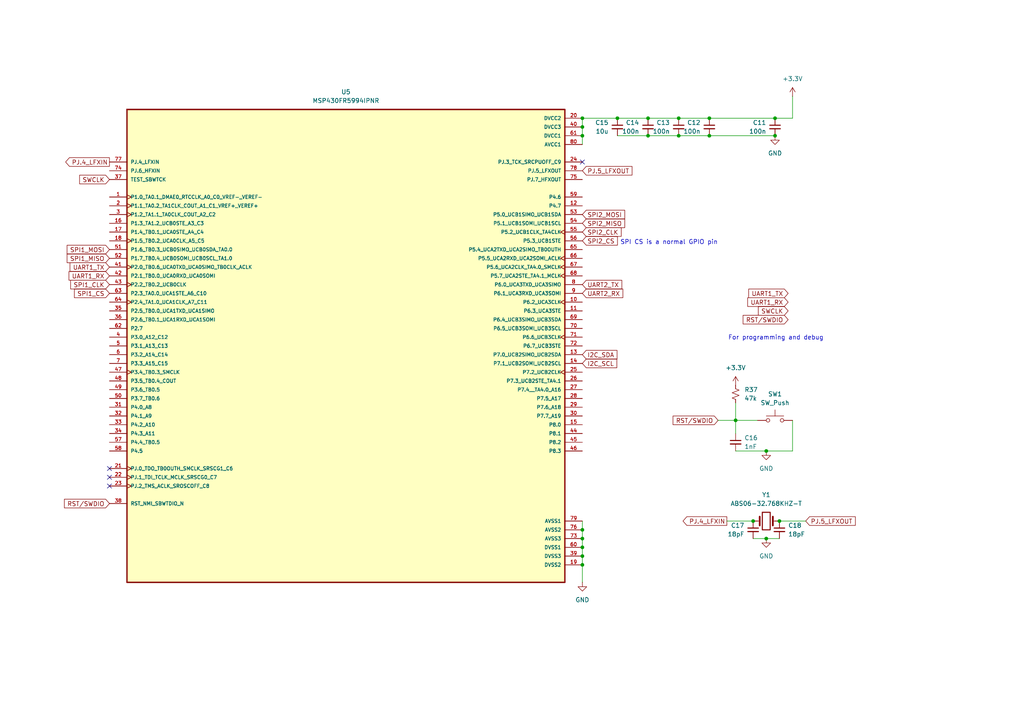
<source format=kicad_sch>
(kicad_sch (version 20250114) (generator "eeschema") (generator_version "9.0")
  (paper "A4")
  (lib_symbols
    (symbol "Device:C_Small" (pin_numbers (hide yes)) (pin_names (offset 0.254) (hide yes))
      (property "Reference" "C" (at 0.254 1.778 0))
      (property "Value" "C_Small" (at 0.254 -2.032 0))
      (symbol "C_Small_0_1"
        (polyline (pts (xy -1.524 0.508) (xy 1.524 0.508)) (stroke (width 0.3048)))
        (polyline (pts (xy -1.524 -0.508) (xy 1.524 -0.508)) (stroke (width 0.3302)))
      )
      (symbol "C_Small_1_1"
        (pin passive line (at 0 2.54 270) (length 2.032) (name "~") (number "1"))
        (pin passive line (at 0 -2.54 90) (length 2.032) (name "~") (number "2"))
      )
    )
    (symbol "Device:Crystal" (pin_numbers (hide yes)) (pin_names (offset 1.016) (hide yes))
      (property "Reference" "Y" (at 0 3.81 0))
      (property "Value" "Crystal" (at 0 -3.81 0))
      (symbol "Crystal_0_1"
        (polyline (pts (xy -2.54 0) (xy -1.905 0)))
        (polyline (pts (xy -1.905 -1.27) (xy -1.905 1.27)) (stroke (width 0.508)))
        (rectangle (start -1.143 2.54) (end 1.143 -2.54) (stroke (width 0.3048)))
        (polyline (pts (xy 1.905 -1.27) (xy 1.905 1.27)) (stroke (width 0.508)))
        (polyline (pts (xy 2.54 0) (xy 1.905 0)))
      )
      (symbol "Crystal_1_1"
        (pin passive line (at -3.81 0 0) (length 1.27) (name "1") (number "1"))
        (pin passive line (at 3.81 0 180) (length 1.27) (name "2") (number "2"))
      )
    )
    (symbol "Device:R_Small_US" (pin_numbers (hide yes)) (pin_names (offset 0.254) (hide yes))
      (property "Reference" "R" (at 0.762 0.508 0))
      (property "Value" "R_Small_US" (at 0.762 -1.016 0))
      (symbol "R_Small_US_1_1"
        (polyline (pts (xy 0 1.524) (xy 1.016 1.143) (xy 0 0.762) (xy -1.016 0.381) (xy 0 0)))
        (polyline (pts (xy 0 0) (xy 1.016 -0.381) (xy 0 -0.762) (xy -1.016 -1.143) (xy 0 -1.524)))
        (pin passive line (at 0 2.54 270) (length 1.016) (name "~") (number "1"))
        (pin passive line (at 0 -2.54 90) (length 1.016) (name "~") (number "2"))
      )
    )
    (symbol "MSP430FR5994IPNR:MSP430FR5994IPNR" (pin_names (offset 1.016))
      (property "Reference" "U" (at -63.5 69.58 0))
      (property "Value" "MSP430FR5994IPNR" (at -63.5 -72.58 0))
      (symbol "MSP430FR5994IPNR_0_0"
        (rectangle (start -63.5 -68.58) (end 63.5 68.58) (stroke (width 0.41)) (fill (type background)))
        (pin input line (at -68.58 53.34 0) (length 5.08) (name "PJ.4_LFXIN") (number "77"))
        (pin input line (at -68.58 50.8 0) (length 5.08) (name "PJ.6_HFXIN") (number "74"))
        (pin input line (at -68.58 48.26 0) (length 5.08) (name "TEST_SBWTCK") (number "37"))
        (pin bidirectional clock (at -68.58 43.18 0) (length 5.08) (name "P1.0_TA0.1_DMAE0_RTCCLK_A0_C0_VREF-_VEREF-") (number "1"))
        (pin bidirectional clock (at -68.58 40.64 0) (length 5.08) (name "P1.1_TA0.2_TA1CLK_COUT_A1_C1_VREF+_VEREF+") (number "2"))
        (pin bidirectional clock (at -68.58 38.1 0) (length 5.08) (name "P1.2_TA1.1_TA0CLK_COUT_A2_C2") (number "3"))
        (pin bidirectional line (at -68.58 35.56 0) (length 5.08) (name "P1.3_TA1.2_UCB0STE_A3_C3") (number "16"))
        (pin bidirectional line (at -68.58 33.02 0) (length 5.08) (name "P1.4_TB0.1_UCA0STE_A4_C4") (number "17"))
        (pin bidirectional clock (at -68.58 30.48 0) (length 5.08) (name "P1.5_TB0.2_UCA0CLK_A5_C5") (number "18"))
        (pin bidirectional line (at -68.58 27.94 0) (length 5.08) (name "P1.6_TB0.3_UCB0SIMO_UCB0SDA_TA0.0") (number "51"))
        (pin bidirectional line (at -68.58 25.4 0) (length 5.08) (name "P1.7_TB0.4_UCB0SOMI_UCB0SCL_TA1.0") (number "52"))
        (pin bidirectional clock (at -68.58 22.86 0) (length 5.08) (name "P2.0_TB0.6_UCA0TXD_UCA0SIMO_TB0CLK_ACLK") (number "41"))
        (pin bidirectional line (at -68.58 20.32 0) (length 5.08) (name "P2.1_TB0.0_UCA0RXD_UCA0SOMI") (number "42"))
        (pin bidirectional clock (at -68.58 17.78 0) (length 5.08) (name "P2.2_TB0.2_UCB0CLK") (number "43"))
        (pin bidirectional line (at -68.58 15.24 0) (length 5.08) (name "P2.3_TA0.0_UCA1STE_A6_C10") (number "63"))
        (pin bidirectional clock (at -68.58 12.7 0) (length 5.08) (name "P2.4_TA1.0_UCA1CLK_A7_C11") (number "64"))
        (pin bidirectional line (at -68.58 10.16 0) (length 5.08) (name "P2.5_TB0.0_UCA1TXD_UCA1SIMO") (number "35"))
        (pin bidirectional line (at -68.58 7.62 0) (length 5.08) (name "P2.6_TB0.1_UCA1RXD_UCA1SOMI") (number "36"))
        (pin bidirectional line (at -68.58 5.08 0) (length 5.08) (name "P2.7") (number "62"))
        (pin bidirectional line (at -68.58 2.54 0) (length 5.08) (name "P3.0_A12_C12") (number "4"))
        (pin bidirectional line (at -68.58 0 0) (length 5.08) (name "P3.1_A13_C13") (number "5"))
        (pin bidirectional line (at -68.58 -2.54 0) (length 5.08) (name "P3.2_A14_C14") (number "6"))
        (pin bidirectional line (at -68.58 -5.08 0) (length 5.08) (name "P3.3_A15_C15") (number "7"))
        (pin bidirectional clock (at -68.58 -7.62 0) (length 5.08) (name "P3.4_TB0.3_SMCLK") (number "47"))
        (pin bidirectional line (at -68.58 -10.16 0) (length 5.08) (name "P3.5_TB0.4_COUT") (number "48"))
        (pin bidirectional line (at -68.58 -12.7 0) (length 5.08) (name "P3.6_TB0.5") (number "49"))
        (pin bidirectional line (at -68.58 -15.24 0) (length 5.08) (name "P3.7_TB0.6") (number "50"))
        (pin bidirectional line (at -68.58 -17.78 0) (length 5.08) (name "P4.0_A8") (number "31"))
        (pin bidirectional line (at -68.58 -20.32 0) (length 5.08) (name "P4.1_A9") (number "32"))
        (pin bidirectional line (at -68.58 -22.86 0) (length 5.08) (name "P4.2_A10") (number "33"))
        (pin bidirectional line (at -68.58 -25.4 0) (length 5.08) (name "P4.3_A11") (number "34"))
        (pin bidirectional line (at -68.58 -27.94 0) (length 5.08) (name "P4.4_TB0.5") (number "57"))
        (pin bidirectional line (at -68.58 -30.48 0) (length 5.08) (name "P4.5") (number "58"))
        (pin bidirectional clock (at -68.58 -35.56 0) (length 5.08) (name "PJ.0_TDO_TB0OUTH_SMCLK_SRSCG1_C6") (number "21"))
        (pin bidirectional clock (at -68.58 -38.1 0) (length 5.08) (name "PJ.1_TDI_TCLK_MCLK_SRSCG0_C7") (number "22"))
        (pin bidirectional clock (at -68.58 -40.64 0) (length 5.08) (name "PJ.2_TMS_ACLK_SROSCOFF_C8") (number "23"))
        (pin bidirectional line (at -68.58 -45.72 0) (length 5.08) (name "RST_NMI_SBWTDIO_N") (number "38"))
        (pin power_in line (at 68.58 66.04 180) (length 5.08) (name "DVCC2") (number "20"))
        (pin power_in line (at 68.58 63.5 180) (length 5.08) (name "DVCC3") (number "40"))
        (pin power_in line (at 68.58 60.96 180) (length 5.08) (name "DVCC1") (number "61"))
        (pin power_in line (at 68.58 58.42 180) (length 5.08) (name "AVCC1") (number "80"))
        (pin bidirectional line (at 68.58 53.34 180) (length 5.08) (name "PJ.3_TCK_SRCPUOFF_C9") (number "24"))
        (pin bidirectional line (at 68.58 50.8 180) (length 5.08) (name "PJ.5_LFXOUT") (number "78"))
        (pin bidirectional line (at 68.58 48.26 180) (length 5.08) (name "PJ.7_HFXOUT") (number "75"))
        (pin bidirectional line (at 68.58 43.18 180) (length 5.08) (name "P4.6") (number "59"))
        (pin bidirectional line (at 68.58 40.64 180) (length 5.08) (name "P4.7") (number "12"))
        (pin bidirectional line (at 68.58 38.1 180) (length 5.08) (name "P5.0_UCB1SIMO_UCB1SDA") (number "53"))
        (pin bidirectional line (at 68.58 35.56 180) (length 5.08) (name "P5.1_UCB1SOMI_UCB1SCL") (number "54"))
        (pin bidirectional clock (at 68.58 33.02 180) (length 5.08) (name "P5.2_UCB1CLK_TA4CLK") (number "55"))
        (pin bidirectional line (at 68.58 30.48 180) (length 5.08) (name "P5.3_UCB1STE") (number "56"))
        (pin bidirectional line (at 68.58 27.94 180) (length 5.08) (name "P5.4_UCA2TXD_UCA2SIMO_TB0OUTH") (number "65"))
        (pin bidirectional clock (at 68.58 25.4 180) (length 5.08) (name "P5.5_UCA2RXD_UCA2SOMI_ACLK") (number "66"))
        (pin bidirectional clock (at 68.58 22.86 180) (length 5.08) (name "P5.6_UCA2CLK_TA4.0_SMCLK") (number "67"))
        (pin bidirectional clock (at 68.58 20.32 180) (length 5.08) (name "P5.7_UCA2STE_TA4.1_MCLK") (number "68"))
        (pin bidirectional line (at 68.58 17.78 180) (length 5.08) (name "P6.0_UCA3TXD_UCA3SIMO") (number "8"))
        (pin bidirectional line (at 68.58 15.24 180) (length 5.08) (name "P6.1_UCA3RXD_UCA3SOMI") (number "9"))
        (pin bidirectional clock (at 68.58 12.7 180) (length 5.08) (name "P6.2_UCA3CLK") (number "10"))
        (pin bidirectional line (at 68.58 10.16 180) (length 5.08) (name "P6.3_UCA3STE") (number "11"))
        (pin bidirectional line (at 68.58 7.62 180) (length 5.08) (name "P6.4_UCB3SIMO_UCB3SDA") (number "69"))
        (pin bidirectional line (at 68.58 5.08 180) (length 5.08) (name "P6.5_UCB3SOMI_UCB3SCL") (number "70"))
        (pin bidirectional clock (at 68.58 2.54 180) (length 5.08) (name "P6.6_UCB3CLK") (number "71"))
        (pin bidirectional line (at 68.58 0 180) (length 5.08) (name "P6.7_UCB3STE") (number "72"))
        (pin bidirectional line (at 68.58 -2.54 180) (length 5.08) (name "P7.0_UCB2SIMO_UCB2SDA") (number "13"))
        (pin bidirectional line (at 68.58 -5.08 180) (length 5.08) (name "P7.1_UCB2SOMI_UCB2SCL") (number "14"))
        (pin bidirectional clock (at 68.58 -7.62 180) (length 5.08) (name "P7.2_UCB2CLK") (number "25"))
        (pin bidirectional line (at 68.58 -10.16 180) (length 5.08) (name "P7.3_UCB2STE_TA4.1") (number "26"))
        (pin bidirectional line (at 68.58 -12.7 180) (length 5.08) (name "P7.4__TA4.0_A16") (number "27"))
        (pin bidirectional line (at 68.58 -15.24 180) (length 5.08) (name "P7.5_A17") (number "28"))
        (pin bidirectional line (at 68.58 -17.78 180) (length 5.08) (name "P7.6_A18") (number "29"))
        (pin bidirectional line (at 68.58 -20.32 180) (length 5.08) (name "P7.7_A19") (number "30"))
        (pin bidirectional line (at 68.58 -22.86 180) (length 5.08) (name "P8.0") (number "15"))
        (pin bidirectional line (at 68.58 -25.4 180) (length 5.08) (name "P8.1") (number "44"))
        (pin bidirectional line (at 68.58 -27.94 180) (length 5.08) (name "P8.2") (number "45"))
        (pin bidirectional line (at 68.58 -30.48 180) (length 5.08) (name "P8.3") (number "46"))
        (pin power_in line (at 68.58 -50.8 180) (length 5.08) (name "AVSS1") (number "79"))
        (pin power_in line (at 68.58 -53.34 180) (length 5.08) (name "AVSS2") (number "76"))
        (pin power_in line (at 68.58 -55.88 180) (length 5.08) (name "AVSS3") (number "73"))
        (pin power_in line (at 68.58 -58.42 180) (length 5.08) (name "DVSS1") (number "60"))
        (pin power_in line (at 68.58 -60.96 180) (length 5.08) (name "DVSS3") (number "39"))
        (pin power_in line (at 68.58 -63.5 180) (length 5.08) (name "DVSS2") (number "19"))
      )
    )
    (symbol "Switch:SW_Push" (pin_numbers (hide yes)) (pin_names (offset 1.016) (hide yes))
      (property "Reference" "SW" (at 1.27 2.54 0))
      (property "Value" "SW_Push" (at 0 -1.524 0))
      (symbol "SW_Push_0_1"
        (circle (center -2.032 0) (radius 0.508))
        (polyline (pts (xy 0 1.27) (xy 0 3.048)))
        (circle (center 2.032 0) (radius 0.508))
        (polyline (pts (xy 2.54 1.27) (xy -2.54 1.27)))
        (pin passive line (at -5.08 0 0) (length 2.54) (name "1") (number "1"))
        (pin passive line (at 5.08 0 180) (length 2.54) (name "2") (number "2"))
      )
    )
    (symbol "power:+3.3V" (power) (pin_numbers (hide yes)) (pin_names (offset 0) (hide yes))
      (property "Value" "+3.3V" (at 0 3.556 0))
      (symbol "+3.3V_0_1"
        (polyline (pts (xy -0.762 1.27) (xy 0 2.54)))
        (polyline (pts (xy 0 2.54) (xy 0.762 1.27)))
        (polyline (pts (xy 0 0) (xy 0 2.54)))
      )
      (symbol "+3.3V_1_1"
        (pin power_in line (at 0 0 90) (length 0) (name "~") (number "1"))
      )
    )
    (symbol "power:GND" (power) (pin_numbers (hide yes)) (pin_names (offset 0) (hide yes))
      (property "Value" "GND" (at 0 -3.81 0))
      (symbol "GND_0_1"
        (polyline (pts (xy 0 0) (xy 0 -1.27) (xy 1.27 -1.27) (xy 0 -2.54) (xy -1.27 -1.27) (xy 0 -1.27)))
      )
      (symbol "GND_1_1"
        (pin power_in line (at 0 0 270) (length 0) (name "~") (number "1"))
      )
    )
  )
  (text "SPI CS is a normal GPIO pin" (at 194.056 70.358 0) (effects (font (size 1.27 1.27))))
  (text "For programming and debug" (at 225.044 98.044 0) (effects (font (size 1.27 1.27))))
  (junction (at 218.44 151.13))
  (junction (at 226.06 151.13))
  (junction (at 168.91 153.67))
  (junction (at 179.07 34.29))
  (junction (at 224.79 34.29))
  (junction (at 224.79 39.37))
  (junction (at 168.91 161.29))
  (junction (at 205.74 39.37))
  (junction (at 213.36 121.92))
  (junction (at 196.85 34.29))
  (junction (at 222.25 156.21))
  (junction (at 187.96 39.37))
  (junction (at 168.91 36.83))
  (junction (at 222.25 130.81))
  (junction (at 168.91 34.29))
  (junction (at 168.91 158.75))
  (junction (at 168.91 39.37))
  (junction (at 168.91 163.83))
  (junction (at 187.96 34.29))
  (junction (at 205.74 34.29))
  (junction (at 196.85 39.37))
  (junction (at 168.91 156.21))
  (no_connect (at 31.75 135.89))
  (no_connect (at 168.91 46.99))
  (no_connect (at 31.75 140.97))
  (no_connect (at 31.75 138.43))
  (wire (pts (xy 213.36 121.92) (xy 213.36 116.84)))
  (wire (pts (xy 218.44 151.13) (xy 210.82 151.13)))
  (wire (pts (xy 168.91 161.29) (xy 168.91 163.83)))
  (wire (pts (xy 168.91 36.83) (xy 168.91 39.37)))
  (wire (pts (xy 168.91 156.21) (xy 168.91 158.75)))
  (wire (pts (xy 187.96 39.37) (xy 179.07 39.37)))
  (wire (pts (xy 168.91 151.13) (xy 168.91 153.67)))
  (wire (pts (xy 222.25 130.81) (xy 229.87 130.81)))
  (wire (pts (xy 222.25 156.21) (xy 226.06 156.21)))
  (wire (pts (xy 179.07 34.29) (xy 187.96 34.29)))
  (wire (pts (xy 224.79 39.37) (xy 205.74 39.37)))
  (wire (pts (xy 229.87 27.94) (xy 229.87 34.29)))
  (wire (pts (xy 168.91 39.37) (xy 168.91 41.91)))
  (wire (pts (xy 222.25 156.21) (xy 218.44 156.21)))
  (wire (pts (xy 196.85 34.29) (xy 205.74 34.29)))
  (wire (pts (xy 213.36 130.81) (xy 222.25 130.81)))
  (wire (pts (xy 168.91 34.29) (xy 168.91 36.83)))
  (wire (pts (xy 208.28 121.92) (xy 213.36 121.92)))
  (wire (pts (xy 224.79 34.29) (xy 229.87 34.29)))
  (wire (pts (xy 226.06 151.13) (xy 233.68 151.13)))
  (wire (pts (xy 168.91 153.67) (xy 168.91 156.21)))
  (wire (pts (xy 219.71 121.92) (xy 213.36 121.92)))
  (wire (pts (xy 196.85 39.37) (xy 187.96 39.37)))
  (wire (pts (xy 187.96 34.29) (xy 196.85 34.29)))
  (wire (pts (xy 168.91 158.75) (xy 168.91 161.29)))
  (wire (pts (xy 168.91 163.83) (xy 168.91 168.91)))
  (wire (pts (xy 205.74 34.29) (xy 224.79 34.29)))
  (wire (pts (xy 168.91 34.29) (xy 179.07 34.29)))
  (wire (pts (xy 229.87 121.92) (xy 229.87 130.81)))
  (wire (pts (xy 213.36 121.92) (xy 213.36 125.73)))
  (wire (pts (xy 205.74 39.37) (xy 196.85 39.37)))
  (global_label "RST{slash}SWDIO" (shape input) (at 208.28 121.92 180) (property "Intersheetrefs" "${INTERSHEET_REFS}" (effects (hide yes))))
  (global_label "UART1_RX" (shape input) (at 31.75 80.01 180) (property "Intersheetrefs" "${INTERSHEET_REFS}" (effects (hide yes))))
  (global_label "I2C_SCL" (shape input) (at 168.91 105.41 0) (property "Intersheetrefs" "${INTERSHEET_REFS}" (effects (hide yes))))
  (global_label "SPI1_CLK" (shape input) (at 31.75 82.55 180) (property "Intersheetrefs" "${INTERSHEET_REFS}" (effects (hide yes))))
  (global_label "UART2_RX" (shape input) (at 168.91 85.09 0) (property "Intersheetrefs" "${INTERSHEET_REFS}" (effects (hide yes))))
  (global_label "UART1_TX" (shape input) (at 228.6 85.09 180) (property "Intersheetrefs" "${INTERSHEET_REFS}" (effects (hide yes))))
  (global_label "SPI1_MOSI" (shape input) (at 31.75 72.39 180) (property "Intersheetrefs" "${INTERSHEET_REFS}" (effects (hide yes))))
  (global_label "SPI1_CS" (shape input) (at 31.75 85.09 180) (property "Intersheetrefs" "${INTERSHEET_REFS}" (effects (hide yes))))
  (global_label "I2C_SDA" (shape input) (at 168.91 102.87 0) (property "Intersheetrefs" "${INTERSHEET_REFS}" (effects (hide yes))))
  (global_label "SPI2_CLK" (shape input) (at 168.91 67.31 0) (property "Intersheetrefs" "${INTERSHEET_REFS}" (effects (hide yes))))
  (global_label "RST{slash}SWDIO" (shape input) (at 228.6 92.71 180) (property "Intersheetrefs" "${INTERSHEET_REFS}" (effects (hide yes))))
  (global_label "UART1_RX" (shape input) (at 228.6 87.63 180) (property "Intersheetrefs" "${INTERSHEET_REFS}" (effects (hide yes))))
  (global_label "RST{slash}SWDIO" (shape input) (at 31.75 146.05 180) (property "Intersheetrefs" "${INTERSHEET_REFS}" (effects (hide yes))))
  (global_label "PJ.4_LFXIN" (shape output) (at 210.82 151.13 180) (property "Intersheetrefs" "${INTERSHEET_REFS}" (effects (hide yes))))
  (global_label "SPI2_MOSI" (shape input) (at 168.91 62.23 0) (property "Intersheetrefs" "${INTERSHEET_REFS}" (effects (hide yes))))
  (global_label "SPI1_MISO" (shape input) (at 31.75 74.93 180) (property "Intersheetrefs" "${INTERSHEET_REFS}" (effects (hide yes))))
  (global_label "SWCLK" (shape input) (at 31.75 52.07 180) (property "Intersheetrefs" "${INTERSHEET_REFS}" (effects (hide yes))))
  (global_label "PJ.5_LFXOUT" (shape input) (at 233.68 151.13 0) (property "Intersheetrefs" "${INTERSHEET_REFS}" (effects (hide yes))))
  (global_label "PJ.4_LFXIN" (shape output) (at 31.75 46.99 180) (property "Intersheetrefs" "${INTERSHEET_REFS}" (effects (hide yes))))
  (global_label "SPI2_CS" (shape input) (at 168.91 69.85 0) (property "Intersheetrefs" "${INTERSHEET_REFS}" (effects (hide yes))))
  (global_label "SPI2_MISO" (shape input) (at 168.91 64.77 0) (property "Intersheetrefs" "${INTERSHEET_REFS}" (effects (hide yes))))
  (global_label "UART2_TX" (shape input) (at 168.91 82.55 0) (property "Intersheetrefs" "${INTERSHEET_REFS}" (effects (hide yes))))
  (global_label "PJ.5_LFXOUT" (shape input) (at 168.91 49.53 0) (property "Intersheetrefs" "${INTERSHEET_REFS}" (effects (hide yes))))
  (global_label "UART1_TX" (shape input) (at 31.75 77.47 180) (property "Intersheetrefs" "${INTERSHEET_REFS}" (effects (hide yes))))
  (global_label "SWCLK" (shape input) (at 228.6 90.17 180) (property "Intersheetrefs" "${INTERSHEET_REFS}" (effects (hide yes))))
  (symbol (lib_id "Switch:SW_Push") (at 224.79 121.92 0) (unit 1)
    (property "Reference" "SW1" (at 224.79 114.3 0))
    (property "Value" "SW_Push" (at 224.79 116.84 0))
    (property "Description" "Push button switch, generic, two pins" (effects (hide yes)))
  )
  (symbol (lib_id "Device:C_Small") (at 218.44 153.67 0) (mirror y) (unit 1)
    (property "Reference" "C17" (at 215.9 152.4062 0) (effects (justify left)))
    (property "Value" "18pF" (at 215.9 154.9462 0) (effects (justify left)))
    (property "Description" "Unpolarized capacitor, small symbol" (effects (hide yes)))
  )
  (symbol (lib_id "power:GND") (at 224.79 39.37 0) (mirror y) (unit 1)
    (property "Reference" "#PWR034" (effects (hide yes)))
    (property "Value" "GND" (at 224.79 44.45 0))
    (property "Description" "Power symbol creates a global label with name \"GND\" , ground" (effects (hide yes)))
  )
  (symbol (lib_id "MSP430FR5994IPNR:MSP430FR5994IPNR") (at 100.33 100.33 0) (unit 1)
    (property "Reference" "U5" (at 100.33 26.67 0))
    (property "Value" "MSP430FR5994IPNR" (at 100.33 29.21 0))
    (property "Footprint" "MSP430FR5994IPNR:QFP50P1400X1400X160-80N" (effects (hide yes)))
  )
  (symbol (lib_id "Device:C_Small") (at 205.74 36.83 0) (mirror y) (unit 1)
    (property "Reference" "C12" (at 203.2 35.5662 0) (effects (justify left)))
    (property "Value" "100n" (at 203.2 38.1062 0) (effects (justify left)))
    (property "Description" "Unpolarized capacitor, small symbol" (effects (hide yes)))
  )
  (symbol (lib_id "power:+3.3V") (at 213.36 111.76 0) (unit 1)
    (property "Reference" "#PWR035" (effects (hide yes)))
    (property "Value" "+3.3V" (at 213.36 106.68 0))
    (property "Description" "Power symbol creates a global label with name \"+3.3V\"" (effects (hide yes)))
  )
  (symbol (lib_id "Device:R_Small_US") (at 213.36 114.3 0) (unit 1)
    (property "Reference" "R37" (at 215.9 113.0299 0) (effects (justify left)))
    (property "Value" "47k" (at 215.9 115.5699 0) (effects (justify left)))
    (property "Description" "Resistor, small US symbol" (effects (hide yes)))
  )
  (symbol (lib_id "Device:C_Small") (at 226.06 153.67 0) (unit 1)
    (property "Reference" "C18" (at 228.6 152.4062 0) (effects (justify left)))
    (property "Value" "18pF" (at 228.6 154.9462 0) (effects (justify left)))
    (property "Description" "Unpolarized capacitor, small symbol" (effects (hide yes)))
  )
  (symbol (lib_id "Device:C_Small") (at 179.07 36.83 0) (mirror y) (unit 1)
    (property "Reference" "C15" (at 176.53 35.5662 0) (effects (justify left)))
    (property "Value" "10u" (at 176.53 38.1062 0) (effects (justify left)))
    (property "Description" "Unpolarized capacitor, small symbol" (effects (hide yes)))
  )
  (symbol (lib_id "Device:Crystal") (at 222.25 151.13 0) (unit 1)
    (property "Reference" "Y1" (at 222.25 143.51 0))
    (property "Value" "ABS06-32.768KHZ-T" (at 222.25 146.05 0))
  )
  (symbol (lib_id "Device:C_Small") (at 187.96 36.83 0) (mirror y) (unit 1)
    (property "Reference" "C14" (at 185.42 35.5662 0) (effects (justify left)))
    (property "Value" "100n" (at 185.42 38.1062 0) (effects (justify left)))
    (property "Description" "Unpolarized capacitor, small symbol" (effects (hide yes)))
  )
  (symbol (lib_id "Device:C_Small") (at 213.36 128.27 0) (mirror y) (unit 1)
    (property "Reference" "C16" (at 215.9 127.0062 0) (effects (justify right)))
    (property "Value" "1nF" (at 215.9 129.5462 0) (effects (justify right)))
    (property "Description" "Unpolarized capacitor, small symbol" (effects (hide yes)))
  )
  (symbol (lib_id "Device:C_Small") (at 224.79 36.83 0) (mirror y) (unit 1)
    (property "Reference" "C11" (at 222.25 35.5662 0) (effects (justify left)))
    (property "Value" "100n" (at 222.25 38.1062 0) (effects (justify left)))
    (property "Description" "Unpolarized capacitor, small symbol" (effects (hide yes)))
  )
  (symbol (lib_id "power:GND") (at 222.25 130.81 0) (unit 1)
    (property "Reference" "#PWR036" (effects (hide yes)))
    (property "Value" "GND" (at 222.25 135.89 0))
    (property "Description" "Power symbol creates a global label with name \"GND\" , ground" (effects (hide yes)))
  )
  (symbol (lib_id "power:GND") (at 168.91 168.91 0) (unit 1)
    (property "Reference" "#PWR032" (effects (hide yes)))
    (property "Value" "GND" (at 168.91 173.99 0))
    (property "Description" "Power symbol creates a global label with name \"GND\" , ground" (effects (hide yes)))
  )
  (symbol (lib_id "Device:C_Small") (at 196.85 36.83 0) (mirror y) (unit 1)
    (property "Reference" "C13" (at 194.31 35.5662 0) (effects (justify left)))
    (property "Value" "100n" (at 194.31 38.1062 0) (effects (justify left)))
    (property "Description" "Unpolarized capacitor, small symbol" (effects (hide yes)))
  )
  (symbol (lib_id "power:+3.3V") (at 229.87 27.94 0) (mirror y) (unit 1)
    (property "Reference" "#PWR033" (effects (hide yes)))
    (property "Value" "+3.3V" (at 229.87 22.86 0))
    (property "Description" "Power symbol creates a global label with name \"+3.3V\"" (effects (hide yes)))
  )
  (symbol (lib_id "power:GND") (at 222.25 156.21 0) (unit 1)
    (property "Reference" "#PWR037" (effects (hide yes)))
    (property "Value" "GND" (at 222.25 161.29 0))
    (property "Description" "Power symbol creates a global label with name \"GND\" , ground" (effects (hide yes)))
  )
)
</source>
